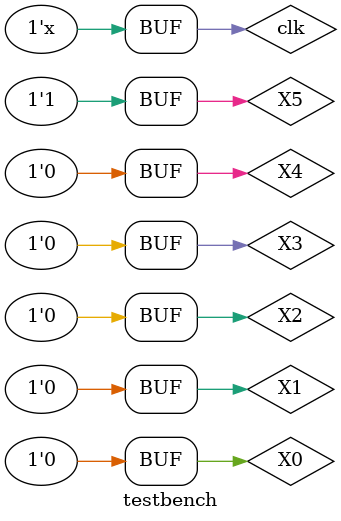
<source format=sv>
`timescale 1ns / 1ps


module testbench();

reg  clk;
reg  X5;// Host reset
reg  X0,X1;// Pupil Group Inputs  (Any one)
reg  X2;// High school group      
reg  X3,X4; // Professor Group     (Both must enabled)
wire Y0;// Pulpil group lamp 
wire Y1;// High school Lamp
wire Y2 ;// Professor group lamp

Quiz_show_logic dut(
.clk(clk),     
.X5 (X5 ),  
.X0 (X0 ),  
.X1 (X1 ),  
.X2 (X2 ),   
.X3 (X3 ),  
.X4 (X4 ), 
.Y0 (Y0 ),  
.Y1 (Y1 ),  
.Y2 (Y2 )      
);

always
#5 clk = ~clk;

initial begin
    clk =0; X5=1; X0=0; X1=0; X2=0; X3=0; X4=0; 
    #10 X5=0; X0=0; X1=0; X2=0; X3=0; X4=0; 
    #10 X5=0; X0=1; X1=0; X2=0; X3=0; X4=0; 
    #10 X5=0; X0=0; X1=0; X2=1; X3=0; X4=0; 
    #10 X5=0; X0=0; X1=1; X2=0; X3=1; X4=0; 
    #10 X5=0; X0=0; X1=0; X2=0; X3=1; X4=1; 
    #10 X5=0; X0=1; X1=0; X2=0; X3=0; X4=0; 
    #10 X5=1; X0=0; X1=0; X2=0; X3=1; X4=1; 
    #10 X5=0; X0=0; X1=0; X2=1; X3=0; X4=0; 
    #10 X5=0; X0=0; X1=0; X2=0; X3=1; X4=0; 
    #10 X5=1; X0=0; X1=0; X2=0; X3=0; X4=0; 
    #10 X5=0; X0=0; X1=0; X2=0; X3=1; X4=0; 
    #10 X5=0; X0=0; X1=0; X2=0; X3=1; X4=1; 
    #10 X5=1; X0=0; X1=0; X2=0; X3=0; X4=0; 
end


endmodule

</source>
